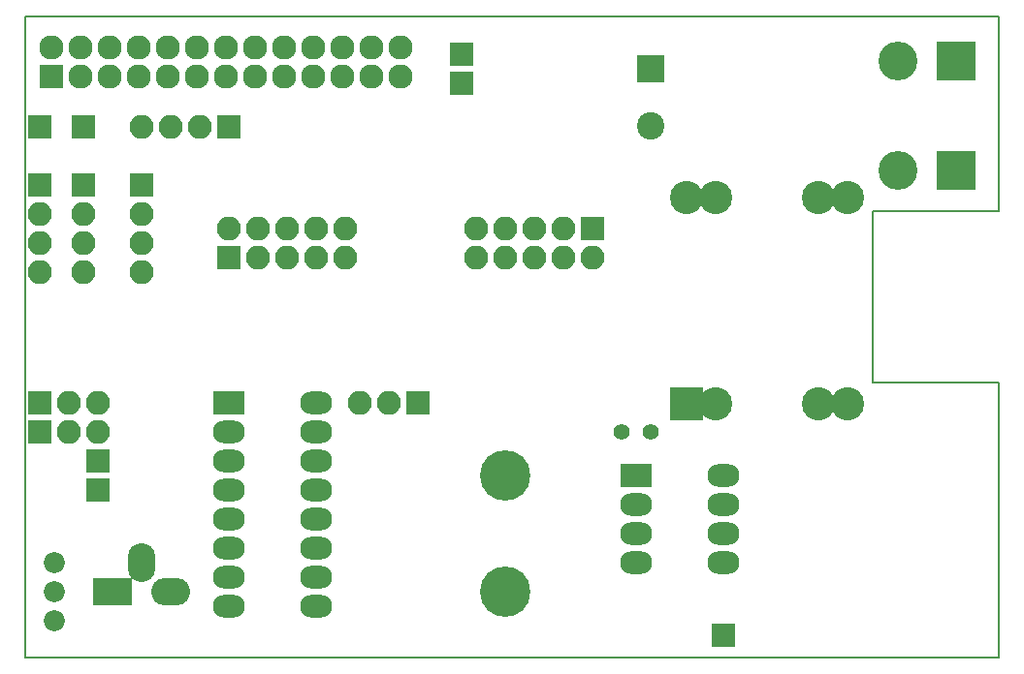
<source format=gbr>
%TF.GenerationSoftware,KiCad,Pcbnew,4.0.7*%
%TF.CreationDate,2018-04-11T15:18:22+03:00*%
%TF.ProjectId,pi_adc_rtc_etc,70695F6164635F7274635F6574632E6B,rev?*%
%TF.FileFunction,Soldermask,Top*%
%FSLAX46Y46*%
G04 Gerber Fmt 4.6, Leading zero omitted, Abs format (unit mm)*
G04 Created by KiCad (PCBNEW 4.0.7) date 04/11/18 15:18:22*
%MOMM*%
%LPD*%
G01*
G04 APERTURE LIST*
%ADD10C,0.150000*%
%ADD11R,2.127200X2.127200*%
%ADD12O,2.127200X2.127200*%
%ADD13C,4.400500*%
%ADD14O,2.400000X3.400000*%
%ADD15R,3.400000X2.400000*%
%ADD16O,3.400000X2.400000*%
%ADD17R,3.400000X3.400000*%
%ADD18C,3.400000*%
%ADD19R,2.100000X2.100000*%
%ADD20O,2.100000X2.100000*%
%ADD21R,2.900000X2.900000*%
%ADD22C,2.900000*%
%ADD23C,1.840000*%
%ADD24R,2.800000X2.000000*%
%ADD25O,2.800000X2.000000*%
%ADD26C,1.400000*%
%ADD27R,2.400000X2.400000*%
%ADD28C,2.400000*%
G04 APERTURE END LIST*
D10*
X85000000Y39000000D02*
X85000000Y56000000D01*
X74000000Y39000000D02*
X85000000Y39000000D01*
X74000000Y24000000D02*
X74000000Y39000000D01*
X85000000Y24000000D02*
X74000000Y24000000D01*
X85000000Y0D02*
X85000000Y24000000D01*
X85000000Y56000000D02*
X0Y56000000D01*
X0Y0D02*
X85000000Y0D01*
X0Y56000000D02*
X0Y0D01*
D11*
X2255360Y50720860D03*
D12*
X2255360Y53260860D03*
X4795360Y50720860D03*
X4795360Y53260860D03*
X7335360Y50720860D03*
X7335360Y53260860D03*
X9875360Y50720860D03*
X9875360Y53260860D03*
X12415360Y50720860D03*
X12415360Y53260860D03*
X14955360Y50720860D03*
X14955360Y53260860D03*
X17495360Y50720860D03*
X17495360Y53260860D03*
X20035360Y50720860D03*
X20035360Y53260860D03*
X22575360Y50720860D03*
X22575360Y53260860D03*
X25115360Y50720860D03*
X25115360Y53260860D03*
X27655360Y50720860D03*
X27655360Y53260860D03*
X30195360Y50720860D03*
X30195360Y53260860D03*
X32735360Y50720860D03*
X32735360Y53260860D03*
D13*
X41920000Y15900000D03*
X41920000Y5740000D03*
D14*
X10170000Y8280000D03*
D15*
X7630000Y5740000D03*
D16*
X12710000Y5740000D03*
D17*
X81290000Y42570000D03*
D18*
X76210000Y42570000D03*
D19*
X10170000Y41300000D03*
D20*
X10170000Y38760000D03*
X10170000Y36220000D03*
X10170000Y33680000D03*
D19*
X1280000Y41300000D03*
D20*
X1280000Y38760000D03*
X1280000Y36220000D03*
X1280000Y33680000D03*
D19*
X5090000Y41300000D03*
D20*
X5090000Y38760000D03*
X5090000Y36220000D03*
X5090000Y33680000D03*
D19*
X17790000Y46380000D03*
D20*
X15250000Y46380000D03*
X12710000Y46380000D03*
X10170000Y46380000D03*
D21*
X57780000Y22140000D03*
D22*
X71780000Y22140000D03*
X71780000Y40140000D03*
X57780000Y40140000D03*
X60280000Y22140000D03*
X69280000Y22140000D03*
X69280000Y40140000D03*
X60280000Y40140000D03*
D19*
X5090000Y46380000D03*
D17*
X81290000Y52095000D03*
D18*
X76210000Y52095000D03*
D19*
X17790000Y34950000D03*
D20*
X17790000Y37490000D03*
X20330000Y34950000D03*
X20330000Y37490000D03*
X22870000Y34950000D03*
X22870000Y37490000D03*
X25410000Y34950000D03*
X25410000Y37490000D03*
X27950000Y34950000D03*
X27950000Y37490000D03*
D19*
X49540000Y37490000D03*
D20*
X49540000Y34950000D03*
X47000000Y37490000D03*
X47000000Y34950000D03*
X44460000Y37490000D03*
X44460000Y34950000D03*
X41920000Y37490000D03*
X41920000Y34950000D03*
X39380000Y37490000D03*
X39380000Y34950000D03*
D19*
X1280000Y46380000D03*
X38110000Y52730000D03*
X38110000Y50190000D03*
X1280000Y22250000D03*
D20*
X3820000Y22250000D03*
X6360000Y22250000D03*
D19*
X1280000Y19710000D03*
D20*
X3820000Y19710000D03*
X6360000Y19710000D03*
D19*
X6360000Y17170000D03*
X6360000Y14630000D03*
X34300000Y22250000D03*
D20*
X31760000Y22250000D03*
X29220000Y22250000D03*
D19*
X60970000Y1930000D03*
D23*
X2550000Y3200000D03*
X2550000Y5740000D03*
X2550000Y8280000D03*
D24*
X17790000Y22250000D03*
D25*
X25410000Y4470000D03*
X17790000Y19710000D03*
X25410000Y7010000D03*
X17790000Y17170000D03*
X25410000Y9550000D03*
X17790000Y14630000D03*
X25410000Y12090000D03*
X17790000Y12090000D03*
X25410000Y14630000D03*
X17790000Y9550000D03*
X25410000Y17170000D03*
X17790000Y7010000D03*
X25410000Y19710000D03*
X17790000Y4470000D03*
X25410000Y22250000D03*
D24*
X53350000Y15900000D03*
D25*
X60970000Y8280000D03*
X53350000Y13360000D03*
X60970000Y10820000D03*
X53350000Y10820000D03*
X60970000Y13360000D03*
X53350000Y8280000D03*
X60970000Y15900000D03*
D26*
X54620000Y19710000D03*
X52080000Y19710000D03*
D27*
X54620000Y51460000D03*
D28*
X54620000Y46460000D03*
M02*

</source>
